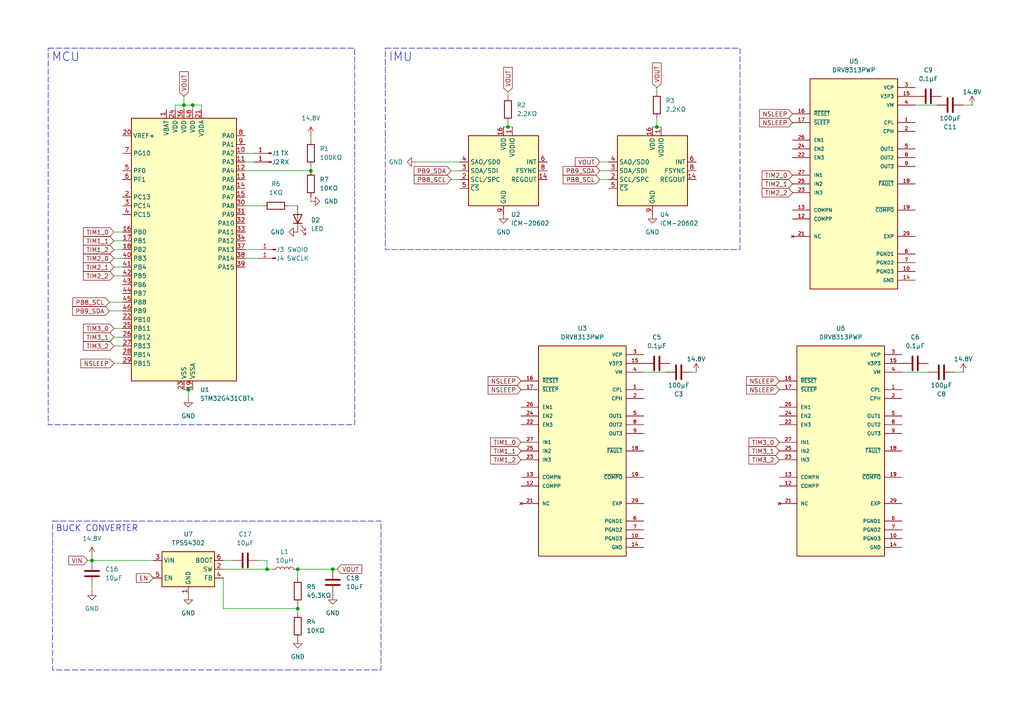
<source format=kicad_sch>
(kicad_sch (version 20250114) (generator "eeschema") (generator_version "9.0")
  (paper "A4")
  (lib_symbols
    (symbol "Connector:Conn_01x01_Pin" (pin_names (offset 1.016) (hide yes))
      (property "Reference" "J" (at 0 2.54 0))
      (property "Value" "Conn_01x01_Pin" (at 0 -2.54 0))
      (symbol "Conn_01x01_Pin_1_1"
        (rectangle (start 0.8636 0.127) (end 0 -0.127) (stroke (width 0.1524)) (fill (type outline)))
        (polyline (pts (xy 1.27 0) (xy 0.8636 0)) (stroke (width 0.1524)))
        (pin passive line (at 5.08 0 180) (length 3.81) (name "Pin_1") (number "1"))
      )
    )
    (symbol "DRV8313PWP:DRV8313PWP" (pin_names (offset 1.016))
      (property "Reference" "U" (at -12.7 31.48 0))
      (property "Value" "DRV8313PWP" (at -12.7 -33.02 0))
      (symbol "DRV8313PWP_0_0"
        (rectangle (start -12.7 -30.48) (end 12.7 30.48) (stroke (width 0.254)) (fill (type background)))
        (pin input line (at -17.78 20.32 0) (length 5.08) (name "~{RESET}") (number "16"))
        (pin input line (at -17.78 17.78 0) (length 5.08) (name "~{SLEEP}") (number "17"))
        (pin input line (at -17.78 12.7 0) (length 5.08) (name "EN1") (number "26"))
        (pin input line (at -17.78 10.16 0) (length 5.08) (name "EN2") (number "24"))
        (pin input line (at -17.78 7.62 0) (length 5.08) (name "EN3") (number "22"))
        (pin input line (at -17.78 2.54 0) (length 5.08) (name "IN1") (number "27"))
        (pin input line (at -17.78 0 0) (length 5.08) (name "IN2") (number "25"))
        (pin input line (at -17.78 -2.54 0) (length 5.08) (name "IN3") (number "23"))
        (pin input line (at -17.78 -7.62 0) (length 5.08) (name "COMPN") (number "13"))
        (pin input line (at -17.78 -10.16 0) (length 5.08) (name "COMPP") (number "12"))
        (pin no_connect line (at -17.78 -15.24 0) (length 5.08) (name "NC") (number "21"))
        (pin power_in line (at 17.78 27.94 180) (length 5.08) (name "VCP") (number "3"))
        (pin power_in line (at 17.78 25.4 180) (length 5.08) (name "V3P3") (number "15"))
        (pin power_in line (at 17.78 22.86 180) (length 5.08) (hide yes) (name "VM") (number "11"))
        (pin power_in line (at 17.78 22.86 180) (length 5.08) (name "VM") (number "4"))
        (pin power_in line (at 17.78 17.78 180) (length 5.08) (name "CPL") (number "1"))
        (pin power_in line (at 17.78 15.24 180) (length 5.08) (name "CPH") (number "2"))
        (pin output line (at 17.78 10.16 180) (length 5.08) (name "OUT1") (number "5"))
        (pin output line (at 17.78 7.62 180) (length 5.08) (name "OUT2") (number "8"))
        (pin output line (at 17.78 5.08 180) (length 5.08) (name "OUT3") (number "9"))
        (pin output line (at 17.78 0 180) (length 5.08) (name "~{FAULT}") (number "18"))
        (pin output line (at 17.78 -7.62 180) (length 5.08) (name "~{COMPO}") (number "19"))
        (pin power_in line (at 17.78 -15.24 180) (length 5.08) (name "EXP") (number "29"))
        (pin power_in line (at 17.78 -20.32 180) (length 5.08) (name "PGND1") (number "6"))
        (pin power_in line (at 17.78 -22.86 180) (length 5.08) (name "PGND2") (number "7"))
        (pin power_in line (at 17.78 -25.4 180) (length 5.08) (name "PGND3") (number "10"))
        (pin power_in line (at 17.78 -27.94 180) (length 5.08) (name "GND") (number "14"))
        (pin power_in line (at 17.78 -27.94 180) (length 5.08) (hide yes) (name "GND") (number "20"))
        (pin power_in line (at 17.78 -27.94 180) (length 5.08) (hide yes) (name "GND") (number "28"))
      )
    )
    (symbol "Device:C" (pin_numbers (hide yes)) (pin_names (offset 0.254))
      (property "Reference" "C" (at 0.635 2.54 0))
      (property "Value" "C" (at 0.635 -2.54 0))
      (symbol "C_0_1"
        (polyline (pts (xy -2.032 0.762) (xy 2.032 0.762)) (stroke (width 0.508)))
        (polyline (pts (xy -2.032 -0.762) (xy 2.032 -0.762)) (stroke (width 0.508)))
      )
      (symbol "C_1_1"
        (pin passive line (at 0 3.81 270) (length 2.794) (name "~") (number "1"))
        (pin passive line (at 0 -3.81 90) (length 2.794) (name "~") (number "2"))
      )
    )
    (symbol "Device:L" (pin_numbers (hide yes)) (pin_names (offset 1.016) (hide yes))
      (property "Reference" "L" (at -1.27 0 90))
      (property "Value" "L" (at 1.905 0 90))
      (symbol "L_0_1"
        (arc (start 0 2.54) (mid 0.6323 1.905) (end 0 1.27))
        (arc (start 0 1.27) (mid 0.6323 0.635) (end 0 0))
        (arc (start 0 0) (mid 0.6323 -0.635) (end 0 -1.27))
        (arc (start 0 -1.27) (mid 0.6323 -1.905) (end 0 -2.54))
      )
      (symbol "L_1_1"
        (pin passive line (at 0 3.81 270) (length 1.27) (name "1") (number "1"))
        (pin passive line (at 0 -3.81 90) (length 1.27) (name "2") (number "2"))
      )
    )
    (symbol "Device:LED" (pin_numbers (hide yes)) (pin_names (offset 1.016) (hide yes))
      (property "Reference" "D" (at 0 2.54 0))
      (property "Value" "LED" (at 0 -2.54 0))
      (symbol "LED_0_1"
        (polyline (pts (xy -3.048 -0.762) (xy -4.572 -2.286) (xy -3.81 -2.286) (xy -4.572 -2.286) (xy -4.572 -1.524)))
        (polyline (pts (xy -1.778 -0.762) (xy -3.302 -2.286) (xy -2.54 -2.286) (xy -3.302 -2.286) (xy -3.302 -1.524)))
        (polyline (pts (xy -1.27 0) (xy 1.27 0)))
        (polyline (pts (xy -1.27 -1.27) (xy -1.27 1.27)) (stroke (width 0.254)))
        (polyline (pts (xy 1.27 -1.27) (xy 1.27 1.27) (xy -1.27 0) (xy 1.27 -1.27)) (stroke (width 0.254)))
      )
      (symbol "LED_1_1"
        (pin passive line (at -3.81 0 0) (length 2.54) (name "K") (number "1"))
        (pin passive line (at 3.81 0 180) (length 2.54) (name "A") (number "2"))
      )
    )
    (symbol "Device:R" (pin_numbers (hide yes)) (pin_names (offset 0))
      (property "Reference" "R" (at 2.032 0 90))
      (property "Value" "R" (at 0 0 90))
      (symbol "R_0_1"
        (rectangle (start -1.016 -2.54) (end 1.016 2.54) (stroke (width 0.254)))
      )
      (symbol "R_1_1"
        (pin passive line (at 0 3.81 270) (length 1.27) (name "~") (number "1"))
        (pin passive line (at 0 -3.81 90) (length 1.27) (name "~") (number "2"))
      )
    )
    (symbol "MCU_ST_STM32G4:STM32G431CBTx"
      (property "Reference" "U" (at -15.24 39.37 0))
      (property "Value" "STM32G431CBTx" (at 7.62 39.37 0))
      (symbol "STM32G431CBTx_0_1"
        (rectangle (start -15.24 -38.1) (end 15.24 38.1) (stroke (width 0.254)) (fill (type background)))
      )
      (symbol "STM32G431CBTx_1_1"
        (pin input line (at -17.78 33.02 0) (length 2.54) (name "VREF+") (number "20"))
        (pin bidirectional line (at -17.78 27.94 0) (length 2.54) (name "PG10") (number "7"))
        (pin bidirectional line (at -17.78 22.86 0) (length 2.54) (name "PF0") (number "5"))
        (pin bidirectional line (at -17.78 20.32 0) (length 2.54) (name "PF1") (number "6"))
        (pin bidirectional line (at -17.78 15.24 0) (length 2.54) (name "PC13") (number "2"))
        (pin bidirectional line (at -17.78 12.7 0) (length 2.54) (name "PC14") (number "3"))
        (pin bidirectional line (at -17.78 10.16 0) (length 2.54) (name "PC15") (number "4"))
        (pin bidirectional line (at -17.78 5.08 0) (length 2.54) (name "PB0") (number "16"))
        (pin bidirectional line (at -17.78 2.54 0) (length 2.54) (name "PB1") (number "17"))
        (pin bidirectional line (at -17.78 0 0) (length 2.54) (name "PB2") (number "18"))
        (pin bidirectional line (at -17.78 -2.54 0) (length 2.54) (name "PB3") (number "40"))
        (pin bidirectional line (at -17.78 -5.08 0) (length 2.54) (name "PB4") (number "41"))
        (pin bidirectional line (at -17.78 -7.62 0) (length 2.54) (name "PB5") (number "42"))
        (pin bidirectional line (at -17.78 -10.16 0) (length 2.54) (name "PB6") (number "43"))
        (pin bidirectional line (at -17.78 -12.7 0) (length 2.54) (name "PB7") (number "44"))
        (pin bidirectional line (at -17.78 -15.24 0) (length 2.54) (name "PB8") (number "45"))
        (pin bidirectional line (at -17.78 -17.78 0) (length 2.54) (name "PB9") (number "46"))
        (pin bidirectional line (at -17.78 -20.32 0) (length 2.54) (name "PB10") (number "22"))
        (pin bidirectional line (at -17.78 -22.86 0) (length 2.54) (name "PB11") (number "25"))
        (pin bidirectional line (at -17.78 -25.4 0) (length 2.54) (name "PB12") (number "26"))
        (pin bidirectional line (at -17.78 -27.94 0) (length 2.54) (name "PB13") (number "27"))
        (pin bidirectional line (at -17.78 -30.48 0) (length 2.54) (name "PB14") (number "28"))
        (pin bidirectional line (at -17.78 -33.02 0) (length 2.54) (name "PB15") (number "29"))
        (pin power_in line (at -5.08 40.64 270) (length 2.54) (name "VBAT") (number "1"))
        (pin power_in line (at -2.54 40.64 270) (length 2.54) (name "VDD") (number "24"))
        (pin power_in line (at 0 40.64 270) (length 2.54) (name "VDD") (number "36"))
        (pin power_in line (at 0 -40.64 90) (length 2.54) (name "VSS") (number "23"))
        (pin passive line (at 0 -40.64 90) (length 2.54) (hide yes) (name "VSS") (number "35"))
        (pin passive line (at 0 -40.64 90) (length 2.54) (hide yes) (name "VSS") (number "47"))
        (pin power_in line (at 2.54 40.64 270) (length 2.54) (name "VDD") (number "48"))
        (pin power_in line (at 2.54 -40.64 90) (length 2.54) (name "VSSA") (number "19"))
        (pin power_in line (at 5.08 40.64 270) (length 2.54) (name "VDDA") (number "21"))
        (pin bidirectional line (at 17.78 33.02 180) (length 2.54) (name "PA0") (number "8"))
        (pin bidirectional line (at 17.78 30.48 180) (length 2.54) (name "PA1") (number "9"))
        (pin bidirectional line (at 17.78 27.94 180) (length 2.54) (name "PA2") (number "10"))
        (pin bidirectional line (at 17.78 25.4 180) (length 2.54) (name "PA3") (number "11"))
        (pin bidirectional line (at 17.78 22.86 180) (length 2.54) (name "PA4") (number "12"))
        (pin bidirectional line (at 17.78 20.32 180) (length 2.54) (name "PA5") (number "13"))
        (pin bidirectional line (at 17.78 17.78 180) (length 2.54) (name "PA6") (number "14"))
        (pin bidirectional line (at 17.78 15.24 180) (length 2.54) (name "PA7") (number "15"))
        (pin bidirectional line (at 17.78 12.7 180) (length 2.54) (name "PA8") (number "30"))
        (pin bidirectional line (at 17.78 10.16 180) (length 2.54) (name "PA9") (number "31"))
        (pin bidirectional line (at 17.78 7.62 180) (length 2.54) (name "PA10") (number "32"))
        (pin bidirectional line (at 17.78 5.08 180) (length 2.54) (name "PA11") (number "33"))
        (pin bidirectional line (at 17.78 2.54 180) (length 2.54) (name "PA12") (number "34"))
        (pin bidirectional line (at 17.78 0 180) (length 2.54) (name "PA13") (number "37"))
        (pin bidirectional line (at 17.78 -2.54 180) (length 2.54) (name "PA14") (number "38"))
        (pin bidirectional line (at 17.78 -5.08 180) (length 2.54) (name "PA15") (number "39"))
      )
    )
    (symbol "Regulator_Switching:TPS54302"
      (property "Reference" "U" (at -7.62 6.35 0))
      (property "Value" "TPS54302" (at 0 6.35 0))
      (symbol "TPS54302_0_1"
        (rectangle (start -7.62 5.08) (end 7.62 -5.08) (stroke (width 0.254)) (fill (type background)))
      )
      (symbol "TPS54302_1_1"
        (pin power_in line (at -10.16 2.54 0) (length 2.54) (name "VIN") (number "3"))
        (pin input line (at -10.16 -2.54 0) (length 2.54) (name "EN") (number "5"))
        (pin power_in line (at 0 -7.62 90) (length 2.54) (name "GND") (number "1"))
        (pin passive line (at 10.16 2.54 180) (length 2.54) (name "BOOT") (number "6"))
        (pin power_out line (at 10.16 0 180) (length 2.54) (name "SW") (number "2"))
        (pin input line (at 10.16 -2.54 180) (length 2.54) (name "FB") (number "4"))
      )
    )
    (symbol "Sensor_Motion:ICM-20602"
      (property "Reference" "U" (at -10.16 11.43 0))
      (property "Value" "ICM-20602" (at 10.16 11.43 0))
      (symbol "ICM-20602_0_1"
        (rectangle (start -10.16 10.16) (end 10.16 -10.16) (stroke (width 0.254)) (fill (type background)))
      )
      (symbol "ICM-20602_1_1"
        (pin bidirectional line (at -12.7 2.54 0) (length 2.54) (name "SAO/SD0") (number "4"))
        (pin bidirectional line (at -12.7 0 0) (length 2.54) (name "SDA/SDI") (number "3"))
        (pin input line (at -12.7 -2.54 0) (length 2.54) (name "SCL/SPC") (number "2"))
        (pin input line (at -12.7 -5.08 0) (length 2.54) (name "~{CS}") (number "5"))
        (pin no_connect line (at -10.16 5.08 0) (length 2.54) (hide yes) (name "RESV") (number "7"))
        (pin power_in line (at 0 12.7 270) (length 2.54) (name "VDD") (number "16"))
        (pin passive line (at 0 -12.7 90) (length 2.54) (hide yes) (name "GND") (number "10"))
        (pin passive line (at 0 -12.7 90) (length 2.54) (hide yes) (name "GND") (number "11"))
        (pin passive line (at 0 -12.7 90) (length 2.54) (hide yes) (name "GND") (number "12"))
        (pin passive line (at 0 -12.7 90) (length 2.54) (hide yes) (name "GND") (number "13"))
        (pin passive line (at 0 -12.7 90) (length 2.54) (hide yes) (name "GND") (number "15"))
        (pin power_in line (at 0 -12.7 90) (length 2.54) (name "GND") (number "9"))
        (pin power_in line (at 2.54 12.7 270) (length 2.54) (name "VDDIO") (number "1"))
        (pin output line (at 12.7 2.54 180) (length 2.54) (name "INT") (number "6"))
        (pin input line (at 12.7 0 180) (length 2.54) (name "FSYNC") (number "8"))
        (pin passive line (at 12.7 -2.54 180) (length 2.54) (name "REGOUT") (number "14"))
      )
    )
    (symbol "power:+1V0" (power) (pin_numbers (hide yes)) (pin_names (offset 0) (hide yes))
      (property "Value" "+1V0" (at 0 3.556 0))
      (symbol "+1V0_0_1"
        (polyline (pts (xy -0.762 1.27) (xy 0 2.54)))
        (polyline (pts (xy 0 2.54) (xy 0.762 1.27)))
        (polyline (pts (xy 0 0) (xy 0 2.54)))
      )
      (symbol "+1V0_1_1"
        (pin power_in line (at 0 0 90) (length 0) (name "~") (number "1"))
      )
    )
    (symbol "power:GND" (power) (pin_numbers (hide yes)) (pin_names (offset 0) (hide yes))
      (property "Value" "GND" (at 0 -3.81 0))
      (symbol "GND_0_1"
        (polyline (pts (xy 0 0) (xy 0 -1.27) (xy 1.27 -1.27) (xy 0 -2.54) (xy -1.27 -1.27) (xy 0 -1.27)))
      )
      (symbol "GND_1_1"
        (pin power_in line (at 0 0 270) (length 0) (name "~") (number "1"))
      )
    )
  )
  (text_box "BUCK CONVERTER\n" (at 15.24 151.13 0) (size 95.25 43.18) (margins 0.9525 0.9525 0.9525 0.9525) (stroke (width 0) (type dash)) (effects (font (size 1.778 1.778)) (justify left top)))
  (text_box "MCU\n" (at 13.97 13.97 0) (size 88.9 109.22) (margins 0.9525 0.9525 0.9525 0.9525) (stroke (width 0) (type dash)) (effects (font (size 2.54 2.54)) (justify left top)))
  (text_box "IMU\n" (at 111.76 13.97 0) (size 102.87 58.42) (margins 0.9525 0.9525 0.9525 0.9525) (stroke (width 0) (type dash)) (effects (font (size 2.54 2.54)) (justify left top)))
  (junction (at 86.36 176.53))
  (junction (at 26.67 162.56))
  (junction (at 190.5 36.83))
  (junction (at 53.34 30.48))
  (junction (at 90.17 49.53))
  (junction (at 77.47 165.1))
  (junction (at 55.88 30.48))
  (junction (at 147.32 36.83))
  (junction (at 86.36 165.1))
  (junction (at 54.61 113.03))
  (junction (at 96.52 165.1))
  (wire (pts (xy 71.12 74.93) (xy 74.93 74.93)))
  (wire (pts (xy 78.74 165.1) (xy 77.47 165.1)))
  (wire (pts (xy 26.67 171.45) (xy 26.67 170.18)))
  (wire (pts (xy 53.34 30.48) (xy 53.34 27.94)))
  (wire (pts (xy 58.42 31.75) (xy 58.42 30.48)))
  (wire (pts (xy 90.17 58.42) (xy 90.17 57.15)))
  (wire (pts (xy 74.93 162.56) (xy 77.47 162.56)))
  (wire (pts (xy 53.34 30.48) (xy 55.88 30.48)))
  (wire (pts (xy 53.34 113.03) (xy 54.61 113.03)))
  (wire (pts (xy 173.99 49.53) (xy 176.53 49.53)))
  (wire (pts (xy 190.5 36.83) (xy 191.77 36.83)))
  (wire (pts (xy 86.36 165.1) (xy 86.36 167.64)))
  (wire (pts (xy 33.02 69.85) (xy 35.56 69.85)))
  (wire (pts (xy 55.88 30.48) (xy 58.42 30.48)))
  (wire (pts (xy 77.47 162.56) (xy 77.47 165.1)))
  (wire (pts (xy 86.36 165.1) (xy 96.52 165.1)))
  (wire (pts (xy 173.99 46.99) (xy 176.53 46.99)))
  (wire (pts (xy 147.32 35.56) (xy 147.32 36.83)))
  (wire (pts (xy 130.81 52.07) (xy 133.35 52.07)))
  (wire (pts (xy 77.47 165.1) (xy 64.77 165.1)))
  (wire (pts (xy 33.02 77.47) (xy 35.56 77.47)))
  (wire (pts (xy 26.67 162.56) (xy 44.45 162.56)))
  (wire (pts (xy 71.12 72.39) (xy 74.93 72.39)))
  (wire (pts (xy 64.77 176.53) (xy 64.77 167.64)))
  (wire (pts (xy 33.02 67.31) (xy 35.56 67.31)))
  (wire (pts (xy 120.65 46.99) (xy 133.35 46.99)))
  (wire (pts (xy 96.52 165.1) (xy 97.79 165.1)))
  (wire (pts (xy 86.36 175.26) (xy 86.36 176.53)))
  (wire (pts (xy 54.61 113.03) (xy 54.61 115.57)))
  (wire (pts (xy 64.77 176.53) (xy 86.36 176.53)))
  (wire (pts (xy 90.17 48.26) (xy 90.17 49.53)))
  (wire (pts (xy 147.32 36.83) (xy 148.59 36.83)))
  (wire (pts (xy 33.02 97.79) (xy 35.56 97.79)))
  (wire (pts (xy 86.36 176.53) (xy 86.36 177.8)))
  (wire (pts (xy 64.77 162.56) (xy 67.31 162.56)))
  (wire (pts (xy 173.99 52.07) (xy 176.53 52.07)))
  (wire (pts (xy 71.12 46.99) (xy 73.66 46.99)))
  (wire (pts (xy 54.61 113.03) (xy 55.88 113.03)))
  (wire (pts (xy 26.67 161.29) (xy 26.67 162.56)))
  (wire (pts (xy 33.02 74.93) (xy 35.56 74.93)))
  (wire (pts (xy 130.81 49.53) (xy 133.35 49.53)))
  (wire (pts (xy 31.75 90.17) (xy 35.56 90.17)))
  (wire (pts (xy 33.02 72.39) (xy 35.56 72.39)))
  (wire (pts (xy 90.17 40.64) (xy 90.17 39.37)))
  (wire (pts (xy 200.66 107.95) (xy 201.93 107.95)))
  (wire (pts (xy 261.62 107.95) (xy 269.24 107.95)))
  (wire (pts (xy 50.8 31.75) (xy 50.8 30.48)))
  (wire (pts (xy 147.32 26.67) (xy 147.32 27.94)))
  (wire (pts (xy 146.05 36.83) (xy 147.32 36.83)))
  (wire (pts (xy 83.82 59.69) (xy 86.36 59.69)))
  (wire (pts (xy 25.4 162.56) (xy 26.67 162.56)))
  (wire (pts (xy 189.23 36.83) (xy 190.5 36.83)))
  (wire (pts (xy 31.75 87.63) (xy 35.56 87.63)))
  (wire (pts (xy 55.88 31.75) (xy 55.88 30.48)))
  (wire (pts (xy 33.02 95.25) (xy 35.56 95.25)))
  (wire (pts (xy 276.86 107.95) (xy 279.4 107.95)))
  (wire (pts (xy 190.5 34.29) (xy 190.5 36.83)))
  (wire (pts (xy 53.34 30.48) (xy 53.34 31.75)))
  (wire (pts (xy 265.43 30.48) (xy 271.78 30.48)))
  (wire (pts (xy 71.12 59.69) (xy 76.2 59.69)))
  (wire (pts (xy 279.4 30.48) (xy 281.94 30.48)))
  (wire (pts (xy 186.69 107.95) (xy 193.04 107.95)))
  (wire (pts (xy 33.02 105.41) (xy 35.56 105.41)))
  (wire (pts (xy 190.5 25.4) (xy 190.5 26.67)))
  (wire (pts (xy 71.12 44.45) (xy 73.66 44.45)))
  (wire (pts (xy 33.02 100.33) (xy 35.56 100.33)))
  (wire (pts (xy 90.17 49.53) (xy 71.12 49.53)))
  (wire (pts (xy 33.02 80.01) (xy 35.56 80.01)))
  (wire (pts (xy 50.8 30.48) (xy 53.34 30.48)))
  (global_label "PB9_SDA" (shape input) (at 31.75 90.17 180) (property "Intersheetrefs" "${INTERSHEET_REFS}" (effects (hide yes))))
  (global_label "EN" (shape input) (at 44.45 167.64 180) (property "Intersheetrefs" "${INTERSHEET_REFS}" (effects (hide yes))))
  (global_label "NSLEEP" (shape input) (at 151.13 113.03 180) (property "Intersheetrefs" "${INTERSHEET_REFS}" (effects (hide yes))))
  (global_label "VOUT" (shape input) (at 97.79 165.1 0) (property "Intersheetrefs" "${INTERSHEET_REFS}" (effects (hide yes))))
  (global_label "VIN" (shape input) (at 25.4 162.56 180) (property "Intersheetrefs" "${INTERSHEET_REFS}" (effects (hide yes))))
  (global_label "TIM3_1" (shape input) (at 33.02 97.79 180) (property "Intersheetrefs" "${INTERSHEET_REFS}" (effects (hide yes))))
  (global_label "PB8_SCL" (shape input) (at 130.81 52.07 180) (property "Intersheetrefs" "${INTERSHEET_REFS}" (effects (hide yes))))
  (global_label "TIM1_1" (shape input) (at 151.13 130.81 180) (property "Intersheetrefs" "${INTERSHEET_REFS}" (effects (hide yes))))
  (global_label "TIM3_2" (shape input) (at 226.06 133.35 180) (property "Intersheetrefs" "${INTERSHEET_REFS}" (effects (hide yes))))
  (global_label "NSLEEP" (shape input) (at 151.13 110.49 180) (property "Intersheetrefs" "${INTERSHEET_REFS}" (effects (hide yes))))
  (global_label "TIM3_0" (shape input) (at 226.06 128.27 180) (property "Intersheetrefs" "${INTERSHEET_REFS}" (effects (hide yes))))
  (global_label "TIM3_2" (shape input) (at 33.02 100.33 180) (property "Intersheetrefs" "${INTERSHEET_REFS}" (effects (hide yes))))
  (global_label "VOUT" (shape input) (at 190.5 25.4 90) (property "Intersheetrefs" "${INTERSHEET_REFS}" (effects (hide yes))))
  (global_label "NSLEEP" (shape input) (at 229.87 33.02 180) (property "Intersheetrefs" "${INTERSHEET_REFS}" (effects (hide yes))))
  (global_label "TIM1_1" (shape input) (at 33.02 69.85 180) (property "Intersheetrefs" "${INTERSHEET_REFS}" (effects (hide yes))))
  (global_label "PB9_SDA" (shape input) (at 130.81 49.53 180) (property "Intersheetrefs" "${INTERSHEET_REFS}" (effects (hide yes))))
  (global_label "TIM2_0" (shape input) (at 229.87 50.8 180) (property "Intersheetrefs" "${INTERSHEET_REFS}" (effects (hide yes))))
  (global_label "TIM2_0" (shape input) (at 33.02 74.93 180) (property "Intersheetrefs" "${INTERSHEET_REFS}" (effects (hide yes))))
  (global_label "NSLEEP" (shape input) (at 33.02 105.41 180) (property "Intersheetrefs" "${INTERSHEET_REFS}" (effects (hide yes))))
  (global_label "TIM2_1" (shape input) (at 33.02 77.47 180) (property "Intersheetrefs" "${INTERSHEET_REFS}" (effects (hide yes))))
  (global_label "PB8_SCL" (shape input) (at 173.99 52.07 180) (property "Intersheetrefs" "${INTERSHEET_REFS}" (effects (hide yes))))
  (global_label "TIM2_2" (shape input) (at 229.87 55.88 180) (property "Intersheetrefs" "${INTERSHEET_REFS}" (effects (hide yes))))
  (global_label "TIM2_1" (shape input) (at 229.87 53.34 180) (property "Intersheetrefs" "${INTERSHEET_REFS}" (effects (hide yes))))
  (global_label "VOUT" (shape input) (at 53.34 27.94 90) (property "Intersheetrefs" "${INTERSHEET_REFS}" (effects (hide yes))))
  (global_label "TIM3_0" (shape input) (at 33.02 95.25 180) (property "Intersheetrefs" "${INTERSHEET_REFS}" (effects (hide yes))))
  (global_label "TIM1_0" (shape input) (at 33.02 67.31 180) (property "Intersheetrefs" "${INTERSHEET_REFS}" (effects (hide yes))))
  (global_label "TIM3_1" (shape input) (at 226.06 130.81 180) (property "Intersheetrefs" "${INTERSHEET_REFS}" (effects (hide yes))))
  (global_label "TIM1_0" (shape input) (at 151.13 128.27 180) (property "Intersheetrefs" "${INTERSHEET_REFS}" (effects (hide yes))))
  (global_label "VOUT" (shape input) (at 147.32 26.67 90) (property "Intersheetrefs" "${INTERSHEET_REFS}" (effects (hide yes))))
  (global_label "TIM2_2" (shape input) (at 33.02 80.01 180) (property "Intersheetrefs" "${INTERSHEET_REFS}" (effects (hide yes))))
  (global_label "NSLEEP" (shape input) (at 226.06 113.03 180) (property "Intersheetrefs" "${INTERSHEET_REFS}" (effects (hide yes))))
  (global_label "VOUT" (shape input) (at 173.99 46.99 180) (property "Intersheetrefs" "${INTERSHEET_REFS}" (effects (hide yes))))
  (global_label "NSLEEP" (shape input) (at 229.87 35.56 180) (property "Intersheetrefs" "${INTERSHEET_REFS}" (effects (hide yes))))
  (global_label "PB9_SDA" (shape input) (at 173.99 49.53 180) (property "Intersheetrefs" "${INTERSHEET_REFS}" (effects (hide yes))))
  (global_label "PB8_SCL" (shape input) (at 31.75 87.63 180) (property "Intersheetrefs" "${INTERSHEET_REFS}" (effects (hide yes))))
  (global_label "TIM1_2" (shape input) (at 33.02 72.39 180) (property "Intersheetrefs" "${INTERSHEET_REFS}" (effects (hide yes))))
  (global_label "TIM1_2" (shape input) (at 151.13 133.35 180) (property "Intersheetrefs" "${INTERSHEET_REFS}" (effects (hide yes))))
  (global_label "NSLEEP" (shape input) (at 226.06 110.49 180) (property "Intersheetrefs" "${INTERSHEET_REFS}" (effects (hide yes))))
  (symbol (lib_id "Device:C") (at 71.12 162.56 90) (unit 1)
    (property "Reference" "C17" (at 71.12 154.94 90))
    (property "Value" "10μF" (at 71.12 157.48 90))
    (property "Description" "Bulk Capacitor" (effects (hide yes)))
  )
  (symbol (lib_id "power:GND") (at 54.61 115.57 0) (unit 1)
    (property "Reference" "#PWR09" (effects (hide yes)))
    (property "Value" "GND" (at 54.61 120.65 0))
    (property "Description" "Power symbol creates a global label with name \"GND\" , ground" (effects (hide yes)))
  )
  (symbol (lib_id "power:+1V0") (at 26.67 161.29 0) (unit 1)
    (property "Reference" "#PWR05" (effects (hide yes)))
    (property "Value" "14.8V" (at 26.67 156.21 0))
    (property "Description" "Power symbol creates a global label with name \"+1V0\"" (effects (hide yes)))
  )
  (symbol (lib_id "power:GND") (at 86.36 67.31 270) (unit 1)
    (property "Reference" "#PWR013" (effects (hide yes)))
    (property "Value" "GND" (at 82.55 67.3099 90) (effects (justify right)))
    (property "Description" "Power symbol creates a global label with name \"GND\" , ground" (effects (hide yes)))
  )
  (symbol (lib_id "Device:R") (at 86.36 181.61 0) (unit 1)
    (property "Reference" "R4" (at 88.9 180.3399 0) (effects (justify left)))
    (property "Value" "10KΩ" (at 88.9 182.8799 0) (effects (justify left)))
    (property "Description" "Resistor" (effects (hide yes)))
  )
  (symbol (lib_id "power:GND") (at 54.61 172.72 0) (unit 1)
    (property "Reference" "#PWR02" (effects (hide yes)))
    (property "Value" "GND" (at 54.61 177.8 0))
    (property "Description" "Power symbol creates a global label with name \"GND\" , ground" (effects (hide yes)))
  )
  (symbol (lib_id "MCU_ST_STM32G4:STM32G431CBTx") (at 53.34 72.39 0) (unit 1)
    (property "Reference" "U1" (at 58.0233 113.03 0) (effects (justify left)))
    (property "Value" "STM32G431CBTx" (at 58.0233 115.57 0) (effects (justify left)))
    (property "Footprint" "Package_QFP:LQFP-48_7x7mm_P0.5mm" (effects (hide yes)))
    (property "Datasheet" "https://www.st.com/resource/en/datasheet/stm32g431cb.pdf" (effects (hide yes)))
    (property "Description" "STMicroelectronics Arm Cortex-M4 MCU, 128KB flash, 32KB RAM, 170 MHz, 1.71-3.6V, 38 GPIO, LQFP48" (effects (hide yes)))
  )
  (symbol (lib_id "Device:C") (at 26.67 166.37 0) (unit 1)
    (property "Reference" "C16" (at 30.48 165.0999 0) (effects (justify left)))
    (property "Value" "10μF" (at 30.48 167.6399 0) (effects (justify left)))
    (property "Description" "Bulk Capacitor" (effects (hide yes)))
  )
  (symbol (lib_id "Connector:Conn_01x01_Pin") (at 78.74 46.99 180) (unit 1)
    (property "Reference" "J2" (at 80.01 46.99 0))
    (property "Value" "RX" (at 82.55 46.99 0))
    (property "Description" "Generic connector, single row, 01x01, script generated" (effects (hide yes)))
  )
  (symbol (lib_id "Device:R") (at 190.5 30.48 0) (unit 1)
    (property "Reference" "R3" (at 193.04 29.2099 0) (effects (justify left)))
    (property "Value" "2.2KΩ" (at 193.04 31.7499 0) (effects (justify left)))
    (property "Description" "Resistor" (effects (hide yes)))
  )
  (symbol (lib_id "power:GND") (at 26.67 171.45 0) (unit 1)
    (property "Reference" "#PWR04" (effects (hide yes)))
    (property "Value" "GND" (at 26.67 176.53 0))
    (property "Description" "Power symbol creates a global label with name \"GND\" , ground" (effects (hide yes)))
  )
  (symbol (lib_id "Connector:Conn_01x01_Pin") (at 80.01 74.93 180) (unit 1)
    (property "Reference" "J4" (at 81.28 74.93 0))
    (property "Value" "SWCLK" (at 86.36 74.93 0))
    (property "Description" "Generic connector, single row, 01x01, script generated" (effects (hide yes)))
  )
  (symbol (lib_id "power:GND") (at 146.05 62.23 0) (unit 1)
    (property "Reference" "#PWR011" (effects (hide yes)))
    (property "Value" "GND" (at 146.05 67.31 0))
    (property "Description" "Power symbol creates a global label with name \"GND\" , ground" (effects (hide yes)))
  )
  (symbol (lib_id "power:GND") (at 189.23 62.23 0) (unit 1)
    (property "Reference" "#PWR010" (effects (hide yes)))
    (property "Value" "GND" (at 189.23 67.31 0))
    (property "Description" "Power symbol creates a global label with name \"GND\" , ground" (effects (hide yes)))
  )
  (symbol (lib_id "Device:C") (at 269.24 27.94 270) (unit 1)
    (property "Reference" "C9" (at 269.24 20.32 90))
    (property "Value" "0.1μF" (at 269.24 22.86 90))
    (property "Description" "Capacitor" (effects (hide yes)))
  )
  (symbol (lib_id "Regulator_Switching:TPS54302") (at 54.61 165.1 0) (unit 1)
    (property "Reference" "U7" (at 54.61 154.94 0))
    (property "Value" "TPS54302" (at 54.61 157.48 0))
    (property "Footprint" "Package_TO_SOT_SMD:SOT-23-6" (effects (hide yes)))
    (property "Datasheet" "http://www.ti.com/lit/ds/symlink/tps54302.pdf" (effects (hide yes)))
    (property "Description" "3A, 4.5 to 28V Input, EMI Friendly integrated switch synchronous step-down regulator, pulse-skipping, SOT-23-6" (effects (hide yes)))
  )
  (symbol (lib_id "power:+1V0") (at 279.4 107.95 0) (unit 1)
    (property "Reference" "#PWR08" (effects (hide yes)))
    (property "Value" "14.8V" (at 279.4 104.14 0))
    (property "Description" "Power symbol creates a global label with name \"+1V0\"" (effects (hide yes)))
  )
  (symbol (lib_id "Device:C") (at 275.59 30.48 270) (unit 1)
    (property "Reference" "C11" (at 275.59 36.83 90))
    (property "Value" "100μF" (at 275.59 34.29 90))
    (property "Description" "Bulk Capacitor" (effects (hide yes)))
  )
  (symbol (lib_id "power:GND") (at 90.17 58.42 90) (unit 1)
    (property "Reference" "#PWR015" (effects (hide yes)))
    (property "Value" "GND" (at 93.98 58.4199 90) (effects (justify right)))
    (property "Description" "Power symbol creates a global label with name \"GND\" , ground" (effects (hide yes)))
  )
  (symbol (lib_id "Device:C") (at 273.05 107.95 90) (unit 1)
    (property "Reference" "C8" (at 273.05 114.3 90))
    (property "Value" "100μF" (at 273.05 111.76 90))
    (property "Description" "Bulk Capacitor" (effects (hide yes)))
  )
  (symbol (lib_id "Device:L") (at 82.55 165.1 90) (unit 1)
    (property "Reference" "L1" (at 82.55 160.02 90))
    (property "Value" "10μH" (at 82.55 162.56 90))
    (property "Description" "Inductor At least 3A" (effects (hide yes)))
  )
  (symbol (lib_id "Device:R") (at 147.32 31.75 0) (unit 1)
    (property "Reference" "R2" (at 149.86 30.4799 0) (effects (justify left)))
    (property "Value" "2.2KΩ" (at 149.86 33.0199 0) (effects (justify left)))
    (property "Description" "Resistor" (effects (hide yes)))
  )
  (symbol (lib_id "Device:C") (at 96.52 168.91 0) (unit 1)
    (property "Reference" "C18" (at 100.33 167.6399 0) (effects (justify left)))
    (property "Value" "10μF" (at 100.33 170.1799 0) (effects (justify left)))
    (property "Description" "Bulk Capacitor" (effects (hide yes)))
  )
  (symbol (lib_id "Sensor_Motion:ICM-20602") (at 146.05 49.53 0) (unit 1)
    (property "Reference" "U2" (at 148.1933 62.23 0) (effects (justify left)))
    (property "Value" "ICM-20602" (at 148.1933 64.77 0) (effects (justify left)))
    (property "Footprint" "Package_LGA:LGA-16_3x3mm_P0.5mm_LayoutBorder3x5y" (effects (hide yes)))
    (property "Datasheet" "http://www.invensense.com/wp-content/uploads/2016/10/DS-000176-ICM-20602-v1.0.pdf" (effects (hide yes)))
    (property "Description" "High performance 6-Axis MEMS motion tracking, SPI/I2C interface, LGA-16" (effects (hide yes)))
  )
  (symbol (lib_id "Device:C") (at 196.85 107.95 270) (unit 1)
    (property "Reference" "C3" (at 196.85 114.3 90))
    (property "Value" "100μF" (at 196.85 111.76 90))
    (property "Description" "Bulk Capacitor" (effects (hide yes)))
  )
  (symbol (lib_id "power:+1V0") (at 201.93 107.95 0) (unit 1)
    (property "Reference" "#PWR06" (effects (hide yes)))
    (property "Value" "14.8V" (at 201.93 104.14 0))
    (property "Description" "Power symbol creates a global label with name \"+1V0\"" (effects (hide yes)))
  )
  (symbol (lib_id "power:+1V0") (at 281.94 30.48 0) (unit 1)
    (property "Reference" "#PWR07" (effects (hide yes)))
    (property "Value" "14.8V" (at 281.94 26.67 0))
    (property "Description" "Power symbol creates a global label with name \"+1V0\"" (effects (hide yes)))
  )
  (symbol (lib_id "power:GND") (at 86.36 185.42 0) (unit 1)
    (property "Reference" "#PWR01" (effects (hide yes)))
    (property "Value" "GND" (at 86.36 190.5 0))
    (property "Description" "Power symbol creates a global label with name \"GND\" , ground" (effects (hide yes)))
  )
  (symbol (lib_id "DRV8313PWP:DRV8313PWP") (at 168.91 130.81 0) (unit 1)
    (property "Reference" "U3" (at 168.91 95.25 0))
    (property "Value" "DRV8313PWP" (at 168.91 97.79 0))
    (property "Footprint" "SOP65P640X120-29N:SOP65P640X120-29N" (effects (hide yes)))
    (property "MF" "Texas Instruments" (effects (hide yes)))
    (property "SNAPEDA_PACKAGE_ID" "102627" (effects (hide yes)))
    (property "Package" "HTSSOP-28 Texas Instruments" (effects (hide yes)))
    (property "Price" "None" (effects (hide yes)))
    (property "Check_prices" "https://www.snapeda.com/parts/DRV8313PWP/Texas+Instruments/view-part/?ref=eda" (effects (hide yes)))
    (property "STANDARD" "Manufacturer Recommendations" (effects (hide yes)))
    (property "PARTREV" "D" (effects (hide yes)))
    (property "SnapEDA_Link" "https://www.snapeda.com/parts/DRV8313PWP/Texas+Instruments/view-part/?ref=snap" (effects (hide yes)))
    (property "MP" "DRV8313PWP" (effects (hide yes)))
    (property "Description_1" "65-V max 3-A peak 3-phase motor driver with integrated FETs" (effects (hide yes)))
    (property "MANUFACTURER" "Texas Instruments" (effects (hide yes)))
    (property "Availability" "In Stock" (effects (hide yes)))
    (property "MAXIMUM_PACKAGE_HEIGHT" "1.2 mm" (effects (hide yes)))
  )
  (symbol (lib_id "Device:C") (at 265.43 105.41 270) (unit 1)
    (property "Reference" "C6" (at 265.43 97.79 90))
    (property "Value" "0.1μF" (at 265.43 100.33 90))
    (property "Description" "Capacitor" (effects (hide yes)))
  )
  (symbol (lib_id "Device:R") (at 90.17 44.45 0) (unit 1)
    (property "Reference" "R1" (at 92.71 43.1799 0) (effects (justify left)))
    (property "Value" "100KΩ" (at 92.71 45.7199 0) (effects (justify left)))
    (property "Description" "Resistor" (effects (hide yes)))
  )
  (symbol (lib_id "Connector:Conn_01x01_Pin") (at 78.74 44.45 180) (unit 1)
    (property "Reference" "J1" (at 80.01 44.45 0))
    (property "Value" "TX" (at 82.55 44.45 0))
    (property "Description" "Generic connector, single row, 01x01, script generated" (effects (hide yes)))
  )
  (symbol (lib_id "Sensor_Motion:ICM-20602") (at 189.23 49.53 0) (unit 1)
    (property "Reference" "U4" (at 191.3733 62.23 0) (effects (justify left)))
    (property "Value" "ICM-20602" (at 191.3733 64.77 0) (effects (justify left)))
    (property "Footprint" "Package_LGA:LGA-16_3x3mm_P0.5mm_LayoutBorder3x5y" (effects (hide yes)))
    (property "Datasheet" "http://www.invensense.com/wp-content/uploads/2016/10/DS-000176-ICM-20602-v1.0.pdf" (effects (hide yes)))
    (property "Description" "High performance 6-Axis MEMS motion tracking, SPI/I2C interface, LGA-16" (effects (hide yes)))
  )
  (symbol (lib_id "power:GND") (at 120.65 46.99 270) (unit 1)
    (property "Reference" "#PWR012" (effects (hide yes)))
    (property "Value" "GND" (at 116.84 46.9899 90) (effects (justify right)))
    (property "Description" "Power symbol creates a global label with name \"GND\" , ground" (effects (hide yes)))
  )
  (symbol (lib_id "DRV8313PWP:DRV8313PWP") (at 243.84 130.81 0) (unit 1)
    (property "Reference" "U6" (at 243.84 95.25 0))
    (property "Value" "DRV8313PWP" (at 243.84 97.79 0))
    (property "Footprint" "SOP65P640X120-29N:SOP65P640X120-29N" (effects (hide yes)))
    (property "MF" "Texas Instruments" (effects (hide yes)))
    (property "SNAPEDA_PACKAGE_ID" "102627" (effects (hide yes)))
    (property "Package" "HTSSOP-28 Texas Instruments" (effects (hide yes)))
    (property "Price" "None" (effects (hide yes)))
    (property "Check_prices" "https://www.snapeda.com/parts/DRV8313PWP/Texas+Instruments/view-part/?ref=eda" (effects (hide yes)))
    (property "STANDARD" "Manufacturer Recommendations" (effects (hide yes)))
    (property "PARTREV" "D" (effects (hide yes)))
    (property "SnapEDA_Link" "https://www.snapeda.com/parts/DRV8313PWP/Texas+Instruments/view-part/?ref=snap" (effects (hide yes)))
    (property "MP" "DRV8313PWP" (effects (hide yes)))
    (property "Description_1" "65-V max 3-A peak 3-phase motor driver with integrated FETs" (effects (hide yes)))
    (property "MANUFACTURER" "Texas Instruments" (effects (hide yes)))
    (property "Availability" "In Stock" (effects (hide yes)))
    (property "MAXIMUM_PACKAGE_HEIGHT" "1.2 mm" (effects (hide yes)))
  )
  (symbol (lib_id "Device:R") (at 86.36 171.45 0) (unit 1)
    (property "Reference" "R5" (at 88.9 170.1799 0) (effects (justify left)))
    (property "Value" "45.3KΩ" (at 88.9 172.7199 0) (effects (justify left)))
    (property "Description" "Resistor" (effects (hide yes)))
  )
  (symbol (lib_id "Device:LED") (at 86.36 63.5 90) (unit 1)
    (property "Reference" "D2" (at 90.17 63.8174 90) (effects (justify right)))
    (property "Value" "LED" (at 90.17 66.3574 90) (effects (justify right)))
    (property "Description" "Light emitting diode" (effects (hide yes)))
    (property "Sim.Pins" "1=K 2=A" (effects (hide yes)))
  )
  (symbol (lib_id "DRV8313PWP:DRV8313PWP") (at 247.65 53.34 0) (unit 1)
    (property "Reference" "U5" (at 247.65 17.78 0))
    (property "Value" "DRV8313PWP" (at 247.65 20.32 0))
    (property "Footprint" "SOP65P640X120-29N:SOP65P640X120-29N" (effects (hide yes)))
    (property "MF" "Texas Instruments" (effects (hide yes)))
    (property "SNAPEDA_PACKAGE_ID" "102627" (effects (hide yes)))
    (property "Package" "HTSSOP-28 Texas Instruments" (effects (hide yes)))
    (property "Price" "None" (effects (hide yes)))
    (property "Check_prices" "https://www.snapeda.com/parts/DRV8313PWP/Texas+Instruments/view-part/?ref=eda" (effects (hide yes)))
    (property "STANDARD" "Manufacturer Recommendations" (effects (hide yes)))
    (property "PARTREV" "D" (effects (hide yes)))
    (property "SnapEDA_Link" "https://www.snapeda.com/parts/DRV8313PWP/Texas+Instruments/view-part/?ref=snap" (effects (hide yes)))
    (property "MP" "DRV8313PWP" (effects (hide yes)))
    (property "Description_1" "65-V max 3-A peak 3-phase motor driver with integrated FETs" (effects (hide yes)))
    (property "MANUFACTURER" "Texas Instruments" (effects (hide yes)))
    (property "Availability" "In Stock" (effects (hide yes)))
    (property "MAXIMUM_PACKAGE_HEIGHT" "1.2 mm" (effects (hide yes)))
  )
  (symbol (lib_id "Device:R") (at 80.01 59.69 90) (unit 1)
    (property "Reference" "R6" (at 80.01 53.34 90))
    (property "Value" "1KΩ" (at 80.01 55.88 90))
    (property "Description" "Resistor" (effects (hide yes)))
  )
  (symbol (lib_id "Device:C") (at 190.5 105.41 270) (unit 1)
    (property "Reference" "C5" (at 190.5 97.79 90))
    (property "Value" "0.1μF" (at 190.5 100.33 90))
    (property "Description" "Capacitor" (effects (hide yes)))
  )
  (symbol (lib_id "power:GND") (at 96.52 172.72 0) (unit 1)
    (property "Reference" "#PWR03" (effects (hide yes)))
    (property "Value" "GND" (at 96.52 177.8 0))
    (property "Description" "Power symbol creates a global label with name \"GND\" , ground" (effects (hide yes)))
  )
  (symbol (lib_id "power:+1V0") (at 90.17 39.37 0) (unit 1)
    (property "Reference" "#PWR014" (effects (hide yes)))
    (property "Value" "14.8V" (at 90.17 34.29 0))
    (property "Description" "Power symbol creates a global label with name \"+1V0\"" (effects (hide yes)))
  )
  (symbol (lib_id "Device:R") (at 90.17 53.34 0) (unit 1)
    (property "Reference" "R7" (at 92.71 52.0699 0) (effects (justify left)))
    (property "Value" "10KΩ" (at 92.71 54.6099 0) (effects (justify left)))
    (property "Description" "Resistor" (effects (hide yes)))
  )
  (symbol (lib_id "Connector:Conn_01x01_Pin") (at 80.01 72.39 180) (unit 1)
    (property "Reference" "J3" (at 81.28 72.39 0))
    (property "Value" "SWDIO" (at 86.36 72.39 0))
    (property "Description" "Generic connector, single row, 01x01, script generated" (effects (hide yes)))
  )
)
</source>
